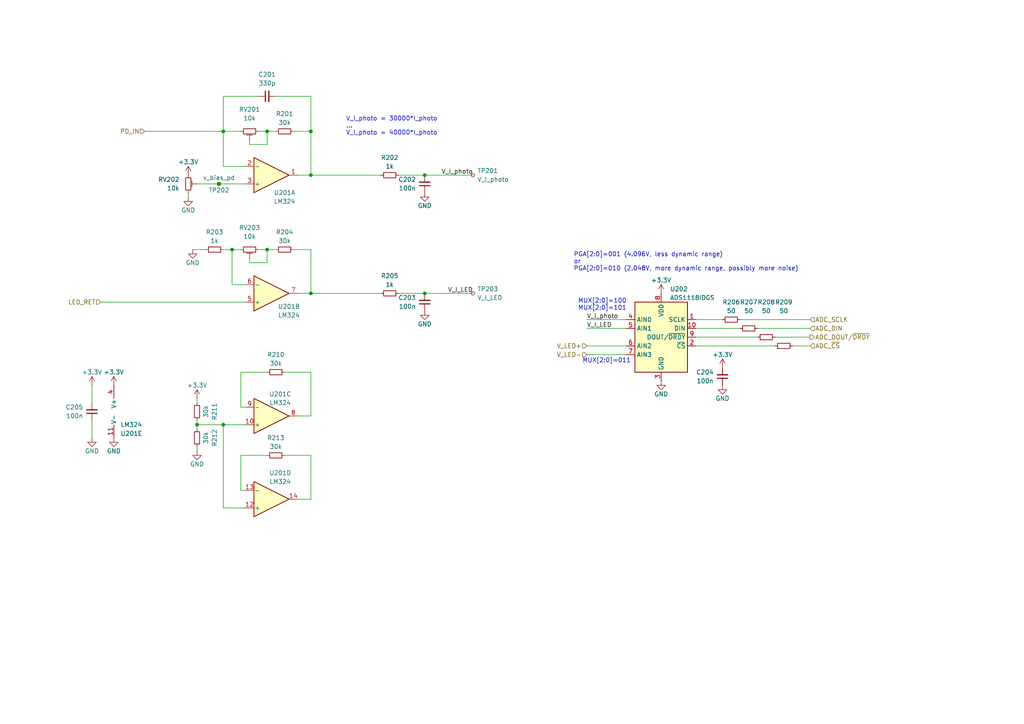
<source format=kicad_sch>
(kicad_sch (version 20211123) (generator eeschema)
  (paper "A4")
  (title_block (title "led-efficiency-measurement - INPUT") (date "2023-01-24") (rev "0.1") (comment 4 "Unless specified, all capacitors should be rated for 10V or higher"))
  (lib_symbols
    (symbol "Amplifier_Operational:LM324" (pin_names (offset 0.127))
      (property "Reference" "U" (at 0 5.08 0))
      (property "Value" "LM324" (at 0 -5.08 0))
      (symbol "LM324_1_1"
        (polyline (pts (xy -5.08 5.08) (xy 5.08 0) (xy -5.08 -5.08) (xy -5.08 5.08)) (stroke (width 0.254)) (fill (type background)))
        (pin output line (at 7.62 0 180) (length 2.54) (name "~") (number "1"))
        (pin input line (at -7.62 -2.54 0) (length 2.54) (name "-") (number "2"))
        (pin input line (at -7.62 2.54 0) (length 2.54) (name "+") (number "3"))
      )
      (symbol "LM324_2_1"
        (polyline (pts (xy -5.08 5.08) (xy 5.08 0) (xy -5.08 -5.08) (xy -5.08 5.08)) (stroke (width 0.254)) (fill (type background)))
        (pin input line (at -7.62 2.54 0) (length 2.54) (name "+") (number "5"))
        (pin input line (at -7.62 -2.54 0) (length 2.54) (name "-") (number "6"))
        (pin output line (at 7.62 0 180) (length 2.54) (name "~") (number "7"))
      )
      (symbol "LM324_3_1"
        (polyline (pts (xy -5.08 5.08) (xy 5.08 0) (xy -5.08 -5.08) (xy -5.08 5.08)) (stroke (width 0.254)) (fill (type background)))
        (pin input line (at -7.62 2.54 0) (length 2.54) (name "+") (number "10"))
        (pin output line (at 7.62 0 180) (length 2.54) (name "~") (number "8"))
        (pin input line (at -7.62 -2.54 0) (length 2.54) (name "-") (number "9"))
      )
      (symbol "LM324_4_1"
        (polyline (pts (xy -5.08 5.08) (xy 5.08 0) (xy -5.08 -5.08) (xy -5.08 5.08)) (stroke (width 0.254)) (fill (type background)))
        (pin input line (at -7.62 2.54 0) (length 2.54) (name "+") (number "12"))
        (pin input line (at -7.62 -2.54 0) (length 2.54) (name "-") (number "13"))
        (pin output line (at 7.62 0 180) (length 2.54) (name "~") (number "14"))
      )
      (symbol "LM324_5_1"
        (pin power_in line (at -2.54 -7.62 90) (length 3.81) (name "V-") (number "11"))
        (pin power_in line (at -2.54 7.62 270) (length 3.81) (name "V+") (number "4"))
      )
    )
    (symbol "Analog_ADC:ADS1118IDGS"
      (property "Reference" "U" (at 1.27 13.97 0))
      (property "Value" "ADS1118IDGS" (at 1.27 11.43 0))
      (symbol "ADS1118IDGS_0_1"
        (rectangle (start 7.62 10.16) (end -7.62 -10.16) (stroke (width 0.254)) (fill (type background)))
      )
      (symbol "ADS1118IDGS_1_1"
        (pin input line (at 10.16 5.08 180) (length 2.54) (name "SCLK") (number "1"))
        (pin input line (at 10.16 2.54 180) (length 2.54) (name "DIN") (number "10"))
        (pin input line (at 10.16 -2.54 180) (length 2.54) (name "~{CS}") (number "2"))
        (pin power_in line (at 0 -12.7 90) (length 2.54) (name "GND") (number "3"))
        (pin input line (at -10.16 5.08 0) (length 2.54) (name "AIN0") (number "4"))
        (pin input line (at -10.16 2.54 0) (length 2.54) (name "AIN1") (number "5"))
        (pin input line (at -10.16 -2.54 0) (length 2.54) (name "AIN2") (number "6"))
        (pin input line (at -10.16 -5.08 0) (length 2.54) (name "AIN3") (number "7"))
        (pin power_in line (at 0 12.7 270) (length 2.54) (name "VDD") (number "8"))
        (pin output line (at 10.16 0 180) (length 2.54) (name "DOUT/~{DRDY}") (number "9"))
      )
    )
    (symbol "Device:C_Small" (pin_numbers hide) (pin_names (offset 0.254) hide)
      (property "Reference" "C" (at 0.254 1.778 0))
      (property "Value" "C_Small" (at 0.254 -2.032 0))
      (symbol "C_Small_0_1"
        (polyline (pts (xy -1.524 -0.508) (xy 1.524 -0.508)) (stroke (width 0.3302)))
        (polyline (pts (xy -1.524 0.508) (xy 1.524 0.508)) (stroke (width 0.3048)))
      )
      (symbol "C_Small_1_1"
        (pin passive line (at 0 2.54 270) (length 2.032) (name "~") (number "1"))
        (pin passive line (at 0 -2.54 90) (length 2.032) (name "~") (number "2"))
      )
    )
    (symbol "Device:R_Small" (pin_numbers hide) (pin_names (offset 0.254) hide)
      (property "Reference" "R" (at 0.762 0.508 0))
      (property "Value" "R_Small" (at 0.762 -1.016 0))
      (symbol "R_Small_0_1"
        (rectangle (start -0.762 1.778) (end 0.762 -1.778) (stroke (width 0.2032)))
      )
      (symbol "R_Small_1_1"
        (pin passive line (at 0 2.54 270) (length 0.762) (name "~") (number "1"))
        (pin passive line (at 0 -2.54 90) (length 0.762) (name "~") (number "2"))
      )
    )
    (symbol "R_Potentiometer_Trim_Small_1" (pin_numbers hide) (pin_names (offset 1.016) hide)
      (property "Reference" "RV" (at -4.445 0 90))
      (property "Value" "R_Potentiometer_Trim_Small_1" (at -2.54 0 90))
      (symbol "R_Potentiometer_Trim_Small_1_0_1"
        (rectangle (start -0.76 1.78) (end 0.76 -1.78) (stroke (width 0.2032)))
        (polyline (pts (xy 0 -1.78) (xy 0 -2.54)))
        (polyline (pts (xy 0 1.78) (xy 0 2.54)))
        (polyline (pts (xy 1.0885 0.8805) (xy 1.0885 -0.8779)))
        (polyline (pts (xy 1.0941 0) (xy 2.54 0)))
      )
      (symbol "R_Potentiometer_Trim_Small_1_1_1"
        (pin passive line (at 0 2.54 270) (length 0) (name "1") (number "1"))
        (pin passive line (at 2.54 0 180) (length 0) (name "2") (number "2"))
        (pin passive line (at 0 -2.54 90) (length 0) (name "3") (number "3"))
      )
    )
    (symbol "R_Potentiometer_Trim_Small_2" (pin_numbers hide) (pin_names (offset 1.016) hide)
      (property "Reference" "RV" (at -4.445 0 90))
      (property "Value" "R_Potentiometer_Trim_Small_2" (at -2.54 0 90))
      (symbol "R_Potentiometer_Trim_Small_2_0_1"
        (rectangle (start -0.76 1.78) (end 0.76 -1.78) (stroke (width 0.2032)))
        (polyline (pts (xy 0 -1.78) (xy 0 -2.54)))
        (polyline (pts (xy 0 1.78) (xy 0 2.54)))
        (polyline (pts (xy 1.0885 0.8805) (xy 1.0885 -0.8779)))
        (polyline (pts (xy 1.0941 0) (xy 2.54 0)))
      )
      (symbol "R_Potentiometer_Trim_Small_2_1_1"
        (pin passive line (at 0 2.54 270) (length 0) (name "1") (number "1"))
        (pin passive line (at 2.54 0 180) (length 0) (name "2") (number "2"))
        (pin passive line (at 0 -2.54 90) (length 0) (name "3") (number "3"))
      )
    )
    (symbol "Seppl_Testpoint:TestPoint_Small" (pin_numbers hide) (pin_names (offset 0.762) hide) (in_bom no)
      (property "Reference" "TP" (at 0 3.81 0))
      (property "Value" "TestPoint_Small" (at 0 2.032 0))
      (symbol "TestPoint_Small_0_1"
        (circle (center 0 0) (radius 0.508))
      )
      (symbol "TestPoint_Small_1_1"
        (pin passive line (at 0 0 90) (length 0) (name "1") (number "1"))
      )
    )
    (symbol "power:+3.3V" (power) (pin_names (offset 0))
      (property "Value" "+3.3V" (at 0 3.556 0))
      (symbol "+3.3V_0_1"
        (polyline (pts (xy -0.762 1.27) (xy 0 2.54)))
        (polyline (pts (xy 0 0) (xy 0 2.54)))
        (polyline (pts (xy 0 2.54) (xy 0.762 1.27)))
      )
      (symbol "+3.3V_1_1"
        (pin power_in line (at 0 0 90) (length 0) hide (name "+3.3V") (number "1"))
      )
    )
    (symbol "power:GND" (power) (pin_names (offset 0))
      (property "Value" "GND" (at 0 -3.81 0))
      (symbol "GND_0_1"
        (polyline (pts (xy 0 0) (xy 0 -1.27) (xy 1.27 -1.27) (xy 0 -2.54) (xy -1.27 -1.27) (xy 0 -1.27)))
      )
      (symbol "GND_1_1"
        (pin power_in line (at 0 0 270) (length 0) hide (name "GND") (number "1"))
      )
    )
  )
  (junction (at 123.19 50.8))
  (junction (at 67.31 72.39))
  (junction (at 64.77 38.1))
  (junction (at 90.17 38.1))
  (junction (at 90.17 50.8))
  (junction (at 77.47 38.1))
  (junction (at 63.5 53.34))
  (junction (at 57.15 123.19))
  (junction (at 64.77 123.19))
  (junction (at 123.19 85.09))
  (junction (at 77.47 72.39))
  (junction (at 90.17 85.09))
  (wire (pts (xy 90.17 38.1) (xy 90.17 50.8)))
  (wire (pts (xy 74.93 38.1) (xy 77.47 38.1)))
  (wire (pts (xy 123.19 50.8) (xy 137.16 50.8)))
  (wire (pts (xy 64.77 72.39) (xy 67.31 72.39)))
  (wire (pts (xy 57.15 121.92) (xy 57.15 123.19)))
  (wire (pts (xy 72.39 40.64) (xy 72.39 41.91)))
  (wire (pts (xy 57.15 123.19) (xy 64.77 123.19)))
  (wire (pts (xy 115.57 85.09) (xy 123.19 85.09)))
  (wire (pts (xy 67.31 72.39) (xy 69.85 72.39)))
  (wire (pts (xy 26.67 127) (xy 26.67 121.92)))
  (wire (pts (xy 57.15 53.34) (xy 63.5 53.34)))
  (wire (pts (xy 69.85 118.11) (xy 71.12 118.11)))
  (wire (pts (xy 224.79 97.79) (xy 234.95 97.79)))
  (wire (pts (xy 115.57 50.8) (xy 123.19 50.8)))
  (wire (pts (xy 90.17 132.08) (xy 90.17 144.78)))
  (wire (pts (xy 170.18 95.25) (xy 181.61 95.25)))
  (wire (pts (xy 82.55 132.08) (xy 90.17 132.08)))
  (wire (pts (xy 77.47 38.1) (xy 80.01 38.1)))
  (wire (pts (xy 219.71 95.25) (xy 234.95 95.25)))
  (wire (pts (xy 72.39 76.2) (xy 77.47 76.2)))
  (wire (pts (xy 170.18 100.33) (xy 181.61 100.33)))
  (wire (pts (xy 85.09 38.1) (xy 90.17 38.1)))
  (wire (pts (xy 201.93 95.25) (xy 214.63 95.25)))
  (wire (pts (xy 90.17 27.94) (xy 90.17 38.1)))
  (wire (pts (xy 69.85 107.95) (xy 69.85 118.11)))
  (wire (pts (xy 90.17 72.39) (xy 90.17 85.09)))
  (wire (pts (xy 214.63 92.71) (xy 234.95 92.71)))
  (wire (pts (xy 77.47 38.1) (xy 77.47 41.91)))
  (wire (pts (xy 26.67 111.76) (xy 26.67 116.84)))
  (wire (pts (xy 74.93 72.39) (xy 77.47 72.39)))
  (wire (pts (xy 72.39 41.91) (xy 77.47 41.91)))
  (wire (pts (xy 90.17 107.95) (xy 90.17 120.65)))
  (wire (pts (xy 71.12 82.55) (xy 67.31 82.55)))
  (wire (pts (xy 57.15 115.57) (xy 57.15 116.84)))
  (wire (pts (xy 72.39 74.93) (xy 72.39 76.2)))
  (wire (pts (xy 77.47 107.95) (xy 69.85 107.95)))
  (wire (pts (xy 85.09 72.39) (xy 90.17 72.39)))
  (wire (pts (xy 64.77 48.26) (xy 71.12 48.26)))
  (wire (pts (xy 77.47 72.39) (xy 80.01 72.39)))
  (wire (pts (xy 64.77 38.1) (xy 69.85 38.1)))
  (wire (pts (xy 57.15 130.81) (xy 57.15 129.54)))
  (wire (pts (xy 77.47 72.39) (xy 77.47 76.2)))
  (wire (pts (xy 64.77 27.94) (xy 64.77 38.1)))
  (wire (pts (xy 90.17 85.09) (xy 110.49 85.09)))
  (wire (pts (xy 86.36 144.78) (xy 90.17 144.78)))
  (wire (pts (xy 71.12 53.34) (xy 63.5 53.34)))
  (wire (pts (xy 80.01 27.94) (xy 90.17 27.94)))
  (wire (pts (xy 82.55 107.95) (xy 90.17 107.95)))
  (wire (pts (xy 201.93 100.33) (xy 224.79 100.33)))
  (wire (pts (xy 41.91 38.1) (xy 64.77 38.1)))
  (wire (pts (xy 64.77 38.1) (xy 64.77 48.26)))
  (wire (pts (xy 64.77 123.19) (xy 71.12 123.19)))
  (wire (pts (xy 201.93 97.79) (xy 219.71 97.79)))
  (wire (pts (xy 201.93 92.71) (xy 209.55 92.71)))
  (wire (pts (xy 29.21 87.63) (xy 71.12 87.63)))
  (wire (pts (xy 86.36 120.65) (xy 90.17 120.65)))
  (wire (pts (xy 170.18 92.71) (xy 181.61 92.71)))
  (wire (pts (xy 229.87 100.33) (xy 234.95 100.33)))
  (wire (pts (xy 69.85 132.08) (xy 69.85 142.24)))
  (wire (pts (xy 69.85 142.24) (xy 71.12 142.24)))
  (wire (pts (xy 77.47 132.08) (xy 69.85 132.08)))
  (wire (pts (xy 67.31 72.39) (xy 67.31 82.55)))
  (wire (pts (xy 86.36 50.8) (xy 90.17 50.8)))
  (wire (pts (xy 90.17 50.8) (xy 110.49 50.8)))
  (wire (pts (xy 64.77 27.94) (xy 74.93 27.94)))
  (wire (pts (xy 71.12 147.32) (xy 64.77 147.32)))
  (wire (pts (xy 54.61 57.15) (xy 54.61 55.88)))
  (wire (pts (xy 170.18 102.87) (xy 181.61 102.87)))
  (wire (pts (xy 90.17 85.09) (xy 86.36 85.09)))
  (wire (pts (xy 123.19 85.09) (xy 137.16 85.09)))
  (wire (pts (xy 55.88 72.39) (xy 59.69 72.39)))
  (wire (pts (xy 64.77 123.19) (xy 64.77 147.32)))
  (wire (pts (xy 57.15 123.19) (xy 57.15 124.46)))
  (text "MUX[2:0]=011" (at 168.91 105.41 0) (effects (font (size 1.27 1.27)) (justify left bottom)))
  (text "PGA[2:0]=001 (4.096V, less dynamic range) \nor \nPGA[2:0]=010 (2.048V, more dynamic range, possibly more noise)" (at 166.37 78.74 0) (effects (font (size 1.27 1.27)) (justify left bottom)))
  (text "MUX[2:0]=100\nMUX[2:0]=101" (at 167.64 90.17 0) (effects (font (size 1.27 1.27)) (justify left bottom)))
  (text "V_I_photo = 30000*I_photo\n...\nV_I_photo = 40000*I_photo" (at 100.33 39.37 0) (effects (font (size 1.27 1.27)) (justify left bottom)))
  (label "V_I_photo" (at 170.18 92.71 0))
  (label "V_I_LED" (at 137.16 85.09 180))
  (label "V_I_LED" (at 170.18 95.25 0))
  (label "V_I_photo" (at 137.16 50.8 180))
  (hierarchical_label "ADC_SCLK" (shape input) (at 234.95 92.71 0))
  (hierarchical_label "PD_IN" (shape input) (at 41.91 38.1 180))
  (hierarchical_label "ADC_DIN" (shape input) (at 234.95 95.25 0))
  (hierarchical_label "ADC_DOUT{slash}~{DRDY}" (shape output) (at 234.95 97.79 0))
  (hierarchical_label "ADC_~{CS}" (shape input) (at 234.95 100.33 0))
  (hierarchical_label "LED_RET" (shape input) (at 29.21 87.63 180))
  (hierarchical_label "V_LED-" (shape input) (at 170.18 102.87 180))
  (hierarchical_label "V_LED+" (shape input) (at 170.18 100.33 180))
  (symbol (lib_name "R_Potentiometer_Trim_Small_1") (lib_id "Seppl_Device:R_Potentiometer_Trim_Small") (at 54.61 53.34 0) (unit 1)
    (property "Reference" "RV202" (at 52.07 52.0699 0) (effects (justify right)))
    (property "Value" "10k" (at 52.07 54.6099 0) (effects (justify right)))
    (property "Footprint" "Potentiometer_THT:Potentiometer_Bourns_3296W_Vertical" (effects hide))
  )
  (symbol (lib_id "power:+3.3V") (at 33.02 111.76 0) (unit 1)
    (property "Reference" "#PWR0210" (effects hide))
    (property "Value" "+3.3V" (at 33.02 107.95 0))
  )
  (symbol (lib_id "power:GND") (at 123.19 55.88 0) (unit 1)
    (property "Reference" "#PWR0202" (effects hide))
    (property "Value" "GND" (at 123.19 59.69 0))
  )
  (symbol (lib_id "Device:R_Small") (at 113.03 85.09 90) (unit 1)
    (property "Reference" "R205" (at 113.03 80.01 90))
    (property "Value" "1k" (at 113.03 82.55 90))
    (property "Footprint" "Resistor_SMD:R_0805_2012Metric_Pad1.20x1.40mm_HandSolder" (effects hide))
  )
  (symbol (lib_id "Amplifier_Operational:LM324") (at 78.74 120.65 0) (mirror x) (unit 3)
    (property "Reference" "U201" (at 81.28 114.3 0))
    (property "Value" "LM324" (at 81.28 116.84 0))
    (property "Footprint" "Package_SO:SOIC-14_3.9x8.7mm_P1.27mm" (effects hide))
    (property "Datasheet" "http://www.ti.com/lit/ds/symlink/lm2902-n.pdf" (effects hide))
  )
  (symbol (lib_id "Device:C_Small") (at 209.55 109.22 0) (mirror x) (unit 1)
    (property "Reference" "C204" (at 207.01 107.9435 0) (effects (justify right)))
    (property "Value" "100n" (at 207.01 110.4835 0) (effects (justify right)))
    (property "Footprint" "Capacitor_SMD:C_0805_2012Metric_Pad1.18x1.45mm_HandSolder" (effects hide))
  )
  (symbol (lib_id "power:GND") (at 26.67 127 0) (unit 1)
    (property "Reference" "#PWR0213" (effects hide))
    (property "Value" "GND" (at 26.67 130.81 0))
  )
  (symbol (lib_id "power:+3.3V") (at 26.67 111.76 0) (unit 1)
    (property "Reference" "#PWR0209" (effects hide))
    (property "Value" "+3.3V" (at 26.67 107.95 0))
  )
  (symbol (lib_id "power:GND") (at 55.88 72.39 0) (unit 1)
    (property "Reference" "#PWR0204" (effects hide))
    (property "Value" "GND" (at 55.88 76.2 0))
  )
  (symbol (lib_id "Device:R_Small") (at 113.03 50.8 90) (unit 1)
    (property "Reference" "R202" (at 113.03 45.72 90))
    (property "Value" "1k" (at 113.03 48.26 90))
    (property "Footprint" "Resistor_SMD:R_0805_2012Metric_Pad1.20x1.40mm_HandSolder" (effects hide))
  )
  (symbol (lib_id "power:GND") (at 209.55 111.76 0) (unit 1)
    (property "Reference" "#PWR0211" (effects hide))
    (property "Value" "GND" (at 209.55 115.57 0))
  )
  (symbol (lib_id "Device:R_Small") (at 57.15 127 0) (mirror x) (unit 1)
    (property "Reference" "R212" (at 62.23 127 90))
    (property "Value" "30k" (at 59.69 127 90))
    (property "Footprint" "Resistor_SMD:R_0805_2012Metric_Pad1.20x1.40mm_HandSolder" (effects hide))
  )
  (symbol (lib_id "Amplifier_Operational:LM324") (at 78.74 85.09 0) (mirror x) (unit 2)
    (property "Reference" "U201" (at 83.82 88.9 0))
    (property "Value" "LM324" (at 83.82 91.44 0))
    (property "Footprint" "Package_SO:SOIC-14_3.9x8.7mm_P1.27mm" (effects hide))
    (property "Datasheet" "http://www.ti.com/lit/ds/symlink/lm2902-n.pdf" (effects hide))
  )
  (symbol (lib_id "Device:R_Small") (at 62.23 72.39 90) (unit 1)
    (property "Reference" "R203" (at 62.23 67.31 90))
    (property "Value" "1k" (at 62.23 69.85 90))
    (property "Footprint" "Resistor_SMD:R_0805_2012Metric_Pad1.20x1.40mm_HandSolder" (effects hide))
  )
  (symbol (lib_id "power:+3.3V") (at 57.15 115.57 0) (unit 1)
    (property "Reference" "#PWR0212" (effects hide))
    (property "Value" "+3.3V" (at 57.15 111.76 0))
  )
  (symbol (lib_id "Device:R_Small") (at 82.55 72.39 90) (unit 1)
    (property "Reference" "R204" (at 82.55 67.31 90))
    (property "Value" "30k" (at 82.55 69.85 90))
    (property "Footprint" "Resistor_SMD:R_0805_2012Metric_Pad1.20x1.40mm_HandSolder" (effects hide))
  )
  (symbol (lib_id "power:GND") (at 57.15 130.81 0) (unit 1)
    (property "Reference" "#PWR0215" (effects hide))
    (property "Value" "GND" (at 57.15 134.62 0))
  )
  (symbol (lib_id "Device:C_Small") (at 123.19 53.34 0) (mirror x) (unit 1)
    (property "Reference" "C202" (at 120.65 52.0635 0) (effects (justify right)))
    (property "Value" "100n" (at 120.65 54.6035 0) (effects (justify right)))
    (property "Footprint" "Capacitor_SMD:C_0805_2012Metric_Pad1.18x1.45mm_HandSolder" (effects hide))
  )
  (symbol (lib_id "Device:C_Small") (at 26.67 119.38 0) (mirror x) (unit 1)
    (property "Reference" "C205" (at 24.13 118.1035 0) (effects (justify right)))
    (property "Value" "100n" (at 24.13 120.6435 0) (effects (justify right)))
    (property "Footprint" "Capacitor_SMD:C_0805_2012Metric_Pad1.18x1.45mm_HandSolder" (effects hide))
  )
  (symbol (lib_id "Device:R_Small") (at 80.01 132.08 90) (unit 1)
    (property "Reference" "R213" (at 80.01 127 90))
    (property "Value" "30k" (at 80.01 129.54 90))
    (property "Footprint" "Resistor_SMD:R_0805_2012Metric_Pad1.20x1.40mm_HandSolder" (effects hide))
  )
  (symbol (lib_id "Analog_ADC:ADS1118IDGS") (at 191.77 97.79 0) (unit 1)
    (property "Reference" "U202" (at 194.31 83.82 0) (effects (justify left)))
    (property "Value" "ADS1118IDGS" (at 194.31 86.36 0) (effects (justify left)))
    (property "Footprint" "Package_SO:TSSOP-10_3x3mm_P0.5mm" (effects hide))
    (property "Datasheet" "http://www.ti.com/lit/ds/symlink/ads1118.pdf" (effects hide))
  )
  (symbol (lib_id "power:+3.3V") (at 54.61 50.8 0) (unit 1)
    (property "Reference" "#PWR0201" (effects hide))
    (property "Value" "+3.3V" (at 54.61 46.99 0))
  )
  (symbol (lib_id "power:GND") (at 191.77 110.49 0) (unit 1)
    (property "Reference" "#PWR0208" (effects hide))
    (property "Value" "GND" (at 191.77 114.3 0))
  )
  (symbol (lib_id "Seppl_Testpoint:TestPoint_Small") (at 137.16 85.09 0) (unit 1) (in_bom no)
    (property "Reference" "TP203" (at 138.43 83.8199 0) (effects (justify left)))
    (property "Value" "V_I_LED" (at 138.43 86.3599 0) (effects (justify left)))
    (property "Footprint" "TestPoint:TestPoint_Pad_D1.5mm" (effects hide))
  )
  (symbol (lib_id "Amplifier_Operational:LM324") (at 35.56 119.38 0) (unit 5)
    (property "Reference" "U201" (at 38.1 125.73 0))
    (property "Value" "LM324" (at 38.1 123.19 0))
    (property "Footprint" "Package_SO:SOIC-14_3.9x8.7mm_P1.27mm" (effects hide))
    (property "Datasheet" "http://www.ti.com/lit/ds/symlink/lm2902-n.pdf" (effects hide))
  )
  (symbol (lib_id "power:+3.3V") (at 191.77 85.09 0) (unit 1)
    (property "Reference" "#PWR0205" (effects hide))
    (property "Value" "+3.3V" (at 191.77 81.28 0))
  )
  (symbol (lib_id "power:+3.3V") (at 209.55 106.68 0) (unit 1)
    (property "Reference" "#PWR0207" (effects hide))
    (property "Value" "+3.3V" (at 209.55 102.87 0))
  )
  (symbol (lib_id "Device:C_Small") (at 77.47 27.94 90) (unit 1)
    (property "Reference" "C201" (at 77.4763 21.59 90))
    (property "Value" "330p" (at 77.4763 24.13 90))
    (property "Footprint" "Capacitor_SMD:C_0805_2012Metric_Pad1.18x1.45mm_HandSolder" (effects hide))
  )
  (symbol (lib_id "Device:C_Small") (at 123.19 87.63 0) (mirror x) (unit 1)
    (property "Reference" "C203" (at 120.65 86.3535 0) (effects (justify right)))
    (property "Value" "100n" (at 120.65 88.8935 0) (effects (justify right)))
    (property "Footprint" "Capacitor_SMD:C_0805_2012Metric_Pad1.18x1.45mm_HandSolder" (effects hide))
  )
  (symbol (lib_id "Device:R_Small") (at 217.17 95.25 90) (unit 1)
    (property "Reference" "R207" (at 217.17 87.63 90))
    (property "Value" "50" (at 217.17 90.17 90))
    (property "Footprint" "Resistor_SMD:R_0805_2012Metric_Pad1.20x1.40mm_HandSolder" (effects hide))
  )
  (symbol (lib_id "Device:R_Small") (at 57.15 119.38 0) (mirror x) (unit 1)
    (property "Reference" "R211" (at 62.23 119.38 90))
    (property "Value" "30k" (at 59.69 119.38 90))
    (property "Footprint" "Resistor_SMD:R_0805_2012Metric_Pad1.20x1.40mm_HandSolder" (effects hide))
  )
  (symbol (lib_name "R_Potentiometer_Trim_Small_2") (lib_id "Seppl_Device:R_Potentiometer_Trim_Small") (at 72.39 72.39 270) (unit 1)
    (property "Reference" "RV203" (at 72.39 66.04 90))
    (property "Value" "10k" (at 72.39 68.58 90))
    (property "Footprint" "Potentiometer_THT:Potentiometer_Bourns_3296W_Vertical" (effects hide))
  )
  (symbol (lib_id "Amplifier_Operational:LM324") (at 78.74 144.78 0) (mirror x) (unit 4)
    (property "Reference" "U201" (at 81.28 137.16 0))
    (property "Value" "LM324" (at 81.28 139.7 0))
    (property "Footprint" "Package_SO:SOIC-14_3.9x8.7mm_P1.27mm" (effects hide))
    (property "Datasheet" "http://www.ti.com/lit/ds/symlink/lm2902-n.pdf" (effects hide))
  )
  (symbol (lib_id "power:GND") (at 54.61 57.15 0) (unit 1)
    (property "Reference" "#PWR0203" (effects hide))
    (property "Value" "GND" (at 54.61 60.96 0))
  )
  (symbol (lib_id "power:GND") (at 33.02 127 0) (unit 1)
    (property "Reference" "#PWR0214" (effects hide))
    (property "Value" "GND" (at 33.02 130.81 0))
  )
  (symbol (lib_id "power:GND") (at 123.19 90.17 0) (unit 1)
    (property "Reference" "#PWR0206" (effects hide))
    (property "Value" "GND" (at 123.19 93.98 0))
  )
  (symbol (lib_id "Device:R_Small") (at 82.55 38.1 90) (unit 1)
    (property "Reference" "R201" (at 82.55 33.02 90))
    (property "Value" "30k" (at 82.55 35.56 90))
    (property "Footprint" "Resistor_SMD:R_0805_2012Metric_Pad1.20x1.40mm_HandSolder" (effects hide))
  )
  (symbol (lib_id "Seppl_Testpoint:TestPoint_Small") (at 63.5 53.34 180) (unit 1) (in_bom no)
    (property "Reference" "TP202" (at 63.5 55.88 0) (effects (justify top)))
    (property "Value" "v_bias_pd" (at 63.5 50.8 0) (effects (justify bottom)))
    (property "Footprint" "TestPoint:TestPoint_Pad_D1.5mm" (effects hide))
  )
  (symbol (lib_id "Device:R_Small") (at 222.25 97.79 90) (unit 1)
    (property "Reference" "R208" (at 222.25 87.63 90))
    (property "Value" "50" (at 222.25 90.17 90))
    (property "Footprint" "Resistor_SMD:R_0805_2012Metric_Pad1.20x1.40mm_HandSolder" (effects hide))
  )
  (symbol (lib_id "Seppl_Testpoint:TestPoint_Small") (at 137.16 50.8 0) (unit 1) (in_bom no)
    (property "Reference" "TP201" (at 138.43 49.5299 0) (effects (justify left)))
    (property "Value" "V_I_photo" (at 138.43 52.0699 0) (effects (justify left)))
    (property "Footprint" "TestPoint:TestPoint_Pad_D1.5mm" (effects hide))
  )
  (symbol (lib_id "Device:R_Small") (at 80.01 107.95 90) (unit 1)
    (property "Reference" "R210" (at 80.01 102.87 90))
    (property "Value" "30k" (at 80.01 105.41 90))
    (property "Footprint" "Resistor_SMD:R_0805_2012Metric_Pad1.20x1.40mm_HandSolder" (effects hide))
  )
  (symbol (lib_id "Device:R_Small") (at 212.09 92.71 90) (unit 1)
    (property "Reference" "R206" (at 212.09 87.63 90))
    (property "Value" "50" (at 212.09 90.17 90))
    (property "Footprint" "Resistor_SMD:R_0805_2012Metric_Pad1.20x1.40mm_HandSolder" (effects hide))
  )
  (symbol (lib_id "Device:R_Small") (at 227.33 100.33 90) (unit 1)
    (property "Reference" "R209" (at 227.33 87.63 90))
    (property "Value" "50" (at 227.33 90.17 90))
    (property "Footprint" "Resistor_SMD:R_0805_2012Metric_Pad1.20x1.40mm_HandSolder" (effects hide))
  )
  (symbol (lib_name "R_Potentiometer_Trim_Small_2") (lib_id "Seppl_Device:R_Potentiometer_Trim_Small") (at 72.39 38.1 270) (unit 1)
    (property "Reference" "RV201" (at 72.39 31.75 90))
    (property "Value" "10k" (at 72.39 34.29 90))
    (property "Footprint" "Potentiometer_THT:Potentiometer_Bourns_3296W_Vertical" (effects hide))
  )
  (symbol (lib_id "Amplifier_Operational:LM324") (at 78.74 50.8 0) (mirror x) (unit 1)
    (property "Reference" "U201" (at 82.55 55.88 0))
    (property "Value" "LM324" (at 82.55 58.42 0))
    (property "Footprint" "Package_SO:SOIC-14_3.9x8.7mm_P1.27mm" (effects hide))
    (property "Datasheet" "http://www.ti.com/lit/ds/symlink/lm2902-n.pdf" (effects hide))
  )
)
</source>
